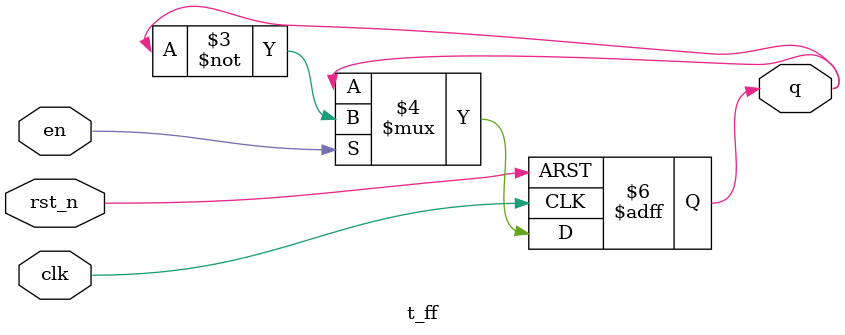
<source format=sv>

module t_ff(
   input wire clk,
   input wire rst_n,
   input wire en,
   output logic q
);

  always_ff @(posedge clk or negedge rst_n) begin
    if(!rst_n)
      q <= 1'b0;
    else if(en)
      q <= ~q;
  end

//Synthesis view mux at the input of D_FF with mux input 0 connected from q and mux input 1 connected with Qbar and enable being sel  
endmodule



</source>
